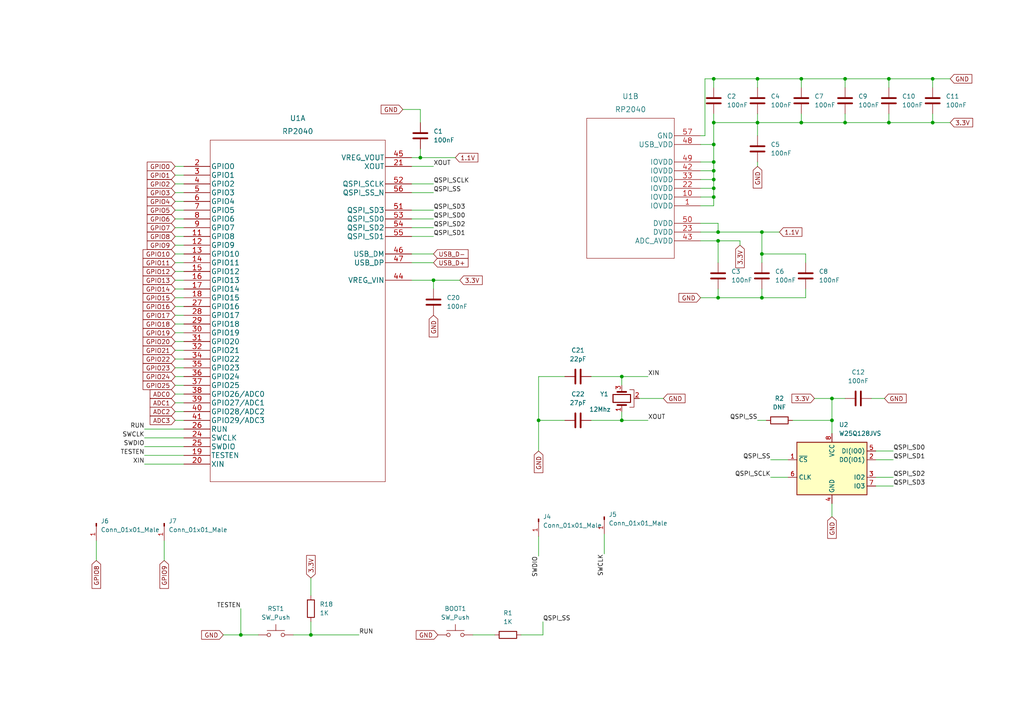
<source format=kicad_sch>
(kicad_sch (version 20211123) (generator eeschema)
  (paper "A4")
  (lib_symbols
    (symbol "Connector:Conn_01x01_Male" (pin_names (offset 1.016) hide)
      (property "Reference" "J" (at 0 2.54 0))
      (property "Value" "Conn_01x01_Male" (at 0 -2.54 0))
      (symbol "Conn_01x01_Male_1_1"
        (polyline (pts (xy 1.27 0) (xy 0.8636 0)) (stroke (width 0.1524)))
        (rectangle (start 0.8636 0.127) (end 0 -0.127) (stroke (width 0.1524)) (fill (type outline)))
        (pin passive line (at 5.08 0 180) (length 3.81) (name "Pin_1") (number "1"))
      )
    )
    (symbol "Device:C" (pin_numbers hide) (pin_names (offset 0.254))
      (property "Reference" "C" (at 0.635 2.54 0))
      (property "Value" "C" (at 0.635 -2.54 0))
      (symbol "C_0_1"
        (polyline (pts (xy -2.032 -0.762) (xy 2.032 -0.762)) (stroke (width 0.508)))
        (polyline (pts (xy -2.032 0.762) (xy 2.032 0.762)) (stroke (width 0.508)))
      )
      (symbol "C_1_1"
        (pin passive line (at 0 3.81 270) (length 2.794) (name "~") (number "1"))
        (pin passive line (at 0 -3.81 90) (length 2.794) (name "~") (number "2"))
      )
    )
    (symbol "Device:Crystal_GND2" (pin_names (offset 1.016) hide)
      (property "Reference" "Y" (at 0 5.715 0))
      (property "Value" "Crystal_GND2" (at 0 3.81 0))
      (symbol "Crystal_GND2_0_1"
        (rectangle (start -1.143 2.54) (end 1.143 -2.54) (stroke (width 0.3048)))
        (polyline (pts (xy -2.54 0) (xy -1.905 0)))
        (polyline (pts (xy -1.905 -1.27) (xy -1.905 1.27)) (stroke (width 0.508)))
        (polyline (pts (xy 0 -3.81) (xy 0 -3.556)))
        (polyline (pts (xy 1.905 0) (xy 2.54 0)))
        (polyline (pts (xy 1.905 1.27) (xy 1.905 -1.27)) (stroke (width 0.508)))
        (polyline (pts (xy -2.54 -2.286) (xy -2.54 -3.556) (xy 2.54 -3.556) (xy 2.54 -2.286)))
      )
      (symbol "Crystal_GND2_1_1"
        (pin passive line (at -3.81 0 0) (length 1.27) (name "1") (number "1"))
        (pin passive line (at 0 -5.08 90) (length 1.27) (name "2") (number "2"))
        (pin passive line (at 3.81 0 180) (length 1.27) (name "3") (number "3"))
      )
    )
    (symbol "Device:R" (pin_numbers hide) (pin_names (offset 0))
      (property "Reference" "R" (at 2.032 0 90))
      (property "Value" "R" (at 0 0 90))
      (symbol "R_0_1"
        (rectangle (start -1.016 -2.54) (end 1.016 2.54) (stroke (width 0.254)))
      )
      (symbol "R_1_1"
        (pin passive line (at 0 3.81 270) (length 1.27) (name "~") (number "1"))
        (pin passive line (at 0 -3.81 90) (length 1.27) (name "~") (number "2"))
      )
    )
    (symbol "Memory_Flash:W25Q128JVS"
      (property "Reference" "U" (at -8.89 8.89 0))
      (property "Value" "W25Q128JVS" (at 7.62 8.89 0))
      (symbol "W25Q128JVS_0_1"
        (rectangle (start -10.16 7.62) (end 10.16 -7.62) (stroke (width 0.254)) (fill (type background)))
      )
      (symbol "W25Q128JVS_1_1"
        (pin input line (at -12.7 2.54 0) (length 2.54) (name "~{CS}") (number "1"))
        (pin bidirectional line (at 12.7 2.54 180) (length 2.54) (name "DO(IO1)") (number "2"))
        (pin bidirectional line (at 12.7 -2.54 180) (length 2.54) (name "IO2") (number "3"))
        (pin power_in line (at 0 -10.16 90) (length 2.54) (name "GND") (number "4"))
        (pin bidirectional line (at 12.7 5.08 180) (length 2.54) (name "DI(IO0)") (number "5"))
        (pin input line (at -12.7 -2.54 0) (length 2.54) (name "CLK") (number "6"))
        (pin bidirectional line (at 12.7 -5.08 180) (length 2.54) (name "IO3") (number "7"))
        (pin power_in line (at 0 10.16 270) (length 2.54) (name "VCC") (number "8"))
      )
    )
    (symbol "RP2040:RP2040" (pin_names (offset 0.254))
      (property "Reference" "U" (at 33.02 12.7 0))
      (property "Value" "RP2040" (at 33.02 10.16 0))
      (symbol "RP2040_1_1"
        (polyline (pts (xy 7.62 -91.44) (xy 58.42 -91.44)) (stroke (width 0.127)))
        (polyline (pts (xy 7.62 7.62) (xy 7.62 -91.44)) (stroke (width 0.127)))
        (polyline (pts (xy 58.42 -91.44) (xy 58.42 7.62)) (stroke (width 0.127)))
        (polyline (pts (xy 58.42 7.62) (xy 7.62 7.62)) (stroke (width 0.127)))
        (pin bidirectional line (at 0 -20.32 0) (length 7.62) (name "GPIO8") (number "11"))
        (pin bidirectional line (at 0 -22.86 0) (length 7.62) (name "GPIO9") (number "12"))
        (pin bidirectional line (at 0 -25.4 0) (length 7.62) (name "GPIO10") (number "13"))
        (pin bidirectional line (at 0 -27.94 0) (length 7.62) (name "GPIO11") (number "14"))
        (pin bidirectional line (at 0 -30.48 0) (length 7.62) (name "GPIO12") (number "15"))
        (pin bidirectional line (at 0 -33.02 0) (length 7.62) (name "GPIO13") (number "16"))
        (pin bidirectional line (at 0 -35.56 0) (length 7.62) (name "GPIO14") (number "17"))
        (pin bidirectional line (at 0 -38.1 0) (length 7.62) (name "GPIO15") (number "18"))
        (pin unspecified line (at 0 -83.82 0) (length 7.62) (name "TESTEN") (number "19"))
        (pin bidirectional line (at 0 0 0) (length 7.62) (name "GPIO0") (number "2"))
        (pin unspecified line (at 0 -86.36 0) (length 7.62) (name "XIN") (number "20"))
        (pin output line (at 66.04 0 180) (length 7.62) (name "XOUT") (number "21"))
        (pin unspecified line (at 0 -78.74 0) (length 7.62) (name "SWCLK") (number "24"))
        (pin unspecified line (at 0 -81.28 0) (length 7.62) (name "SWDIO") (number "25"))
        (pin unspecified line (at 0 -76.2 0) (length 7.62) (name "RUN") (number "26"))
        (pin bidirectional line (at 0 -40.64 0) (length 7.62) (name "GPIO16") (number "27"))
        (pin bidirectional line (at 0 -43.18 0) (length 7.62) (name "GPIO17") (number "28"))
        (pin bidirectional line (at 0 -45.72 0) (length 7.62) (name "GPIO18") (number "29"))
        (pin bidirectional line (at 0 -2.54 0) (length 7.62) (name "GPIO1") (number "3"))
        (pin bidirectional line (at 0 -48.26 0) (length 7.62) (name "GPIO19") (number "30"))
        (pin bidirectional line (at 0 -50.8 0) (length 7.62) (name "GPIO20") (number "31"))
        (pin bidirectional line (at 0 -53.34 0) (length 7.62) (name "GPIO21") (number "32"))
        (pin bidirectional line (at 0 -55.88 0) (length 7.62) (name "GPIO22") (number "34"))
        (pin bidirectional line (at 0 -58.42 0) (length 7.62) (name "GPIO23") (number "35"))
        (pin bidirectional line (at 0 -60.96 0) (length 7.62) (name "GPIO24") (number "36"))
        (pin bidirectional line (at 0 -63.5 0) (length 7.62) (name "GPIO25") (number "37"))
        (pin bidirectional line (at 0 -66.04 0) (length 7.62) (name "GPIO26/ADC0") (number "38"))
        (pin bidirectional line (at 0 -68.58 0) (length 7.62) (name "GPIO27/ADC1") (number "39"))
        (pin bidirectional line (at 0 -5.08 0) (length 7.62) (name "GPIO2") (number "4"))
        (pin bidirectional line (at 0 -71.12 0) (length 7.62) (name "GPIO28/ADC2") (number "40"))
        (pin bidirectional line (at 0 -73.66 0) (length 7.62) (name "GPIO29/ADC3") (number "41"))
        (pin unspecified line (at 66.04 -33.02 180) (length 7.62) (name "VREG_VIN") (number "44"))
        (pin output line (at 66.04 2.54 180) (length 7.62) (name "VREG_VOUT") (number "45"))
        (pin unspecified line (at 66.04 -25.4 180) (length 7.62) (name "USB_DM") (number "46"))
        (pin unspecified line (at 66.04 -27.94 180) (length 7.62) (name "USB_DP") (number "47"))
        (pin bidirectional line (at 0 -7.62 0) (length 7.62) (name "GPIO3") (number "5"))
        (pin bidirectional line (at 66.04 -12.7 180) (length 7.62) (name "QSPI_SD3") (number "51"))
        (pin unspecified line (at 66.04 -5.08 180) (length 7.62) (name "QSPI_SCLK") (number "52"))
        (pin bidirectional line (at 66.04 -15.24 180) (length 7.62) (name "QSPI_SD0") (number "53"))
        (pin bidirectional line (at 66.04 -17.78 180) (length 7.62) (name "QSPI_SD2") (number "54"))
        (pin bidirectional line (at 66.04 -20.32 180) (length 7.62) (name "QSPI_SD1") (number "55"))
        (pin unspecified line (at 66.04 -7.62 180) (length 7.62) (name "QSPI_SS_N") (number "56"))
        (pin bidirectional line (at 0 -10.16 0) (length 7.62) (name "GPIO4") (number "6"))
        (pin bidirectional line (at 0 -12.7 0) (length 7.62) (name "GPIO5") (number "7"))
        (pin bidirectional line (at 0 -15.24 0) (length 7.62) (name "GPIO6") (number "8"))
        (pin bidirectional line (at 0 -17.78 0) (length 7.62) (name "GPIO7") (number "9"))
      )
      (symbol "RP2040_2_1"
        (polyline (pts (xy 7.62 -35.56) (xy 33.02 -35.56)) (stroke (width 0.127)))
        (polyline (pts (xy 7.62 5.08) (xy 7.62 -35.56)) (stroke (width 0.127)))
        (polyline (pts (xy 33.02 -35.56) (xy 33.02 5.08)) (stroke (width 0.127)))
        (polyline (pts (xy 33.02 5.08) (xy 7.62 5.08)) (stroke (width 0.127)))
        (pin power_in line (at 0 -10.16 0) (length 7.62) (name "IOVDD") (number "1"))
        (pin power_in line (at 0 -12.7 0) (length 7.62) (name "IOVDD") (number "10"))
        (pin power_in line (at 0 -15.24 0) (length 7.62) (name "IOVDD") (number "22"))
        (pin power_in line (at 0 -2.54 0) (length 7.62) (name "DVDD") (number "23"))
        (pin power_in line (at 0 -17.78 0) (length 7.62) (name "IOVDD") (number "33"))
        (pin power_in line (at 0 -20.32 0) (length 7.62) (name "IOVDD") (number "42"))
        (pin power_in line (at 0 0 0) (length 7.62) (name "ADC_AVDD") (number "43"))
        (pin power_in line (at 0 -27.94 0) (length 7.62) (name "USB_VDD") (number "48"))
        (pin power_in line (at 0 -22.86 0) (length 7.62) (name "IOVDD") (number "49"))
        (pin power_in line (at 0 -5.08 0) (length 7.62) (name "DVDD") (number "50"))
        (pin power_in line (at 0 -30.48 0) (length 7.62) (name "GND") (number "57"))
      )
    )
    (symbol "Switch:SW_Push" (pin_numbers hide) (pin_names (offset 1.016) hide)
      (property "Reference" "SW" (at 1.27 2.54 0))
      (property "Value" "SW_Push" (at 0 -1.524 0))
      (symbol "SW_Push_0_1"
        (circle (center -2.032 0) (radius 0.508))
        (polyline (pts (xy 0 1.27) (xy 0 3.048)))
        (polyline (pts (xy 2.54 1.27) (xy -2.54 1.27)))
        (circle (center 2.032 0) (radius 0.508))
        (pin passive line (at -5.08 0 0) (length 2.54) (name "1") (number "1"))
        (pin passive line (at 5.08 0 180) (length 2.54) (name "2") (number "2"))
      )
    )
  )
  (junction (at 241.3 115.57))
  (junction (at 219.71 22.86))
  (junction (at 207.01 46.99))
  (junction (at 156.21 121.92))
  (junction (at 219.71 35.56))
  (junction (at 207.01 52.07))
  (junction (at 220.98 67.31))
  (junction (at 121.92 45.72))
  (junction (at 232.41 35.56))
  (junction (at 207.01 22.86))
  (junction (at 208.28 86.36))
  (junction (at 220.98 73.66))
  (junction (at 207.01 49.53))
  (junction (at 208.28 67.31))
  (junction (at 241.3 121.92))
  (junction (at 220.98 86.36))
  (junction (at 270.51 35.56))
  (junction (at 208.28 69.85))
  (junction (at 257.81 22.86))
  (junction (at 180.34 121.92))
  (junction (at 245.11 35.56))
  (junction (at 207.01 57.15))
  (junction (at 69.85 184.15))
  (junction (at 232.41 22.86))
  (junction (at 207.01 41.91))
  (junction (at 207.01 35.56))
  (junction (at 180.34 109.22))
  (junction (at 270.51 22.86))
  (junction (at 207.01 54.61))
  (junction (at 90.17 184.15))
  (junction (at 245.11 22.86))
  (junction (at 257.81 35.56))
  (junction (at 125.73 81.28))
  (wire (pts (xy 203.2 57.15) (xy 207.01 57.15)))
  (wire (pts (xy 50.8 111.76) (xy 53.34 111.76)))
  (wire (pts (xy 257.81 22.86) (xy 270.51 22.86)))
  (wire (pts (xy 232.41 22.86) (xy 232.41 25.4)))
  (wire (pts (xy 90.17 180.34) (xy 90.17 184.15)))
  (wire (pts (xy 50.8 81.28) (xy 53.34 81.28)))
  (wire (pts (xy 50.8 58.42) (xy 53.34 58.42)))
  (wire (pts (xy 270.51 22.86) (xy 275.59 22.86)))
  (wire (pts (xy 50.8 86.36) (xy 53.34 86.36)))
  (wire (pts (xy 85.09 184.15) (xy 90.17 184.15)))
  (wire (pts (xy 90.17 167.64) (xy 90.17 172.72)))
  (wire (pts (xy 208.28 69.85) (xy 208.28 76.2)))
  (wire (pts (xy 50.8 116.84) (xy 53.34 116.84)))
  (wire (pts (xy 180.34 109.22) (xy 187.96 109.22)))
  (wire (pts (xy 50.8 96.52) (xy 53.34 96.52)))
  (wire (pts (xy 180.34 119.38) (xy 180.34 121.92)))
  (wire (pts (xy 219.71 35.56) (xy 232.41 35.56)))
  (wire (pts (xy 41.91 129.54) (xy 53.34 129.54)))
  (wire (pts (xy 50.8 78.74) (xy 53.34 78.74)))
  (wire (pts (xy 203.2 46.99) (xy 207.01 46.99)))
  (wire (pts (xy 207.01 41.91) (xy 207.01 35.56)))
  (wire (pts (xy 232.41 22.86) (xy 245.11 22.86)))
  (wire (pts (xy 119.38 45.72) (xy 121.92 45.72)))
  (wire (pts (xy 50.8 68.58) (xy 53.34 68.58)))
  (wire (pts (xy 245.11 22.86) (xy 257.81 22.86)))
  (wire (pts (xy 121.92 35.56) (xy 121.92 31.75)))
  (wire (pts (xy 69.85 176.53) (xy 69.85 184.15)))
  (wire (pts (xy 207.01 35.56) (xy 219.71 35.56)))
  (wire (pts (xy 259.08 133.35) (xy 254 133.35)))
  (wire (pts (xy 50.8 99.06) (xy 53.34 99.06)))
  (wire (pts (xy 151.13 184.15) (xy 157.48 184.15)))
  (wire (pts (xy 180.34 121.92) (xy 187.96 121.92)))
  (wire (pts (xy 223.52 133.35) (xy 228.6 133.35)))
  (wire (pts (xy 219.71 121.92) (xy 222.25 121.92)))
  (wire (pts (xy 50.8 104.14) (xy 53.34 104.14)))
  (wire (pts (xy 50.8 53.34) (xy 53.34 53.34)))
  (wire (pts (xy 203.2 54.61) (xy 207.01 54.61)))
  (wire (pts (xy 208.28 86.36) (xy 220.98 86.36)))
  (wire (pts (xy 233.68 73.66) (xy 233.68 76.2)))
  (wire (pts (xy 156.21 109.22) (xy 156.21 121.92)))
  (wire (pts (xy 50.8 119.38) (xy 53.34 119.38)))
  (wire (pts (xy 241.3 115.57) (xy 245.11 115.57)))
  (wire (pts (xy 50.8 114.3) (xy 53.34 114.3)))
  (wire (pts (xy 208.28 69.85) (xy 214.63 69.85)))
  (wire (pts (xy 119.38 81.28) (xy 125.73 81.28)))
  (wire (pts (xy 245.11 33.02) (xy 245.11 35.56)))
  (wire (pts (xy 220.98 67.31) (xy 226.06 67.31)))
  (wire (pts (xy 207.01 46.99) (xy 207.01 41.91)))
  (wire (pts (xy 50.8 109.22) (xy 53.34 109.22)))
  (wire (pts (xy 220.98 67.31) (xy 220.98 73.66)))
  (wire (pts (xy 207.01 22.86) (xy 207.01 25.4)))
  (wire (pts (xy 47.625 156.845) (xy 47.625 162.56)))
  (wire (pts (xy 125.73 76.2) (xy 119.38 76.2)))
  (wire (pts (xy 203.2 59.69) (xy 207.01 59.69)))
  (wire (pts (xy 257.81 33.02) (xy 257.81 35.56)))
  (wire (pts (xy 50.8 73.66) (xy 53.34 73.66)))
  (wire (pts (xy 233.68 83.82) (xy 233.68 86.36)))
  (wire (pts (xy 203.2 52.07) (xy 207.01 52.07)))
  (wire (pts (xy 125.73 73.66) (xy 119.38 73.66)))
  (wire (pts (xy 232.41 35.56) (xy 245.11 35.56)))
  (wire (pts (xy 252.73 115.57) (xy 256.54 115.57)))
  (wire (pts (xy 125.73 48.26) (xy 119.38 48.26)))
  (wire (pts (xy 163.83 109.22) (xy 156.21 109.22)))
  (wire (pts (xy 207.01 52.07) (xy 207.01 54.61)))
  (wire (pts (xy 207.01 57.15) (xy 207.01 59.69)))
  (wire (pts (xy 270.51 35.56) (xy 270.51 33.02)))
  (wire (pts (xy 137.16 184.15) (xy 143.51 184.15)))
  (wire (pts (xy 27.94 156.845) (xy 27.94 162.56)))
  (wire (pts (xy 203.2 49.53) (xy 207.01 49.53)))
  (wire (pts (xy 241.3 125.73) (xy 241.3 121.92)))
  (wire (pts (xy 220.98 73.66) (xy 220.98 76.2)))
  (wire (pts (xy 50.8 66.04) (xy 53.34 66.04)))
  (wire (pts (xy 207.01 35.56) (xy 207.01 33.02)))
  (wire (pts (xy 232.41 33.02) (xy 232.41 35.56)))
  (wire (pts (xy 156.21 121.92) (xy 156.21 130.81)))
  (wire (pts (xy 207.01 49.53) (xy 207.01 52.07)))
  (wire (pts (xy 175.26 154.94) (xy 175.26 160.655)))
  (wire (pts (xy 203.2 67.31) (xy 208.28 67.31)))
  (wire (pts (xy 125.73 81.28) (xy 133.35 81.28)))
  (wire (pts (xy 180.34 109.22) (xy 180.34 111.76)))
  (wire (pts (xy 257.81 35.56) (xy 270.51 35.56)))
  (wire (pts (xy 203.2 69.85) (xy 208.28 69.85)))
  (wire (pts (xy 171.45 121.92) (xy 180.34 121.92)))
  (wire (pts (xy 50.8 121.92) (xy 53.34 121.92)))
  (wire (pts (xy 50.8 71.12) (xy 53.34 71.12)))
  (wire (pts (xy 50.8 93.98) (xy 53.34 93.98)))
  (wire (pts (xy 203.2 64.77) (xy 208.28 64.77)))
  (wire (pts (xy 41.91 134.62) (xy 53.34 134.62)))
  (wire (pts (xy 90.17 184.15) (xy 104.14 184.15)))
  (wire (pts (xy 203.2 41.91) (xy 207.01 41.91)))
  (wire (pts (xy 50.8 76.2) (xy 53.34 76.2)))
  (wire (pts (xy 241.3 121.92) (xy 241.3 115.57)))
  (wire (pts (xy 223.52 138.43) (xy 228.6 138.43)))
  (wire (pts (xy 69.85 184.15) (xy 74.93 184.15)))
  (wire (pts (xy 156.21 121.92) (xy 163.83 121.92)))
  (wire (pts (xy 125.73 63.5) (xy 119.38 63.5)))
  (wire (pts (xy 219.71 46.99) (xy 219.71 48.26)))
  (wire (pts (xy 50.8 55.88) (xy 53.34 55.88)))
  (wire (pts (xy 185.42 115.57) (xy 192.405 115.57)))
  (wire (pts (xy 125.73 66.04) (xy 119.38 66.04)))
  (wire (pts (xy 50.8 83.82) (xy 53.34 83.82)))
  (wire (pts (xy 208.28 83.82) (xy 208.28 86.36)))
  (wire (pts (xy 257.81 22.86) (xy 257.81 25.4)))
  (wire (pts (xy 220.98 73.66) (xy 233.68 73.66)))
  (wire (pts (xy 121.92 45.72) (xy 121.92 43.18)))
  (wire (pts (xy 259.08 130.81) (xy 254 130.81)))
  (wire (pts (xy 208.28 67.31) (xy 220.98 67.31)))
  (wire (pts (xy 203.2 39.37) (xy 204.47 39.37)))
  (wire (pts (xy 125.73 68.58) (xy 119.38 68.58)))
  (wire (pts (xy 236.22 115.57) (xy 241.3 115.57)))
  (wire (pts (xy 156.21 155.575) (xy 156.21 161.29)))
  (wire (pts (xy 203.2 86.36) (xy 208.28 86.36)))
  (wire (pts (xy 259.08 138.43) (xy 254 138.43)))
  (wire (pts (xy 50.8 101.6) (xy 53.34 101.6)))
  (wire (pts (xy 64.77 184.15) (xy 69.85 184.15)))
  (wire (pts (xy 50.8 106.68) (xy 53.34 106.68)))
  (wire (pts (xy 207.01 22.86) (xy 219.71 22.86)))
  (wire (pts (xy 50.8 91.44) (xy 53.34 91.44)))
  (wire (pts (xy 50.8 60.96) (xy 53.34 60.96)))
  (wire (pts (xy 219.71 22.86) (xy 232.41 22.86)))
  (wire (pts (xy 204.47 22.86) (xy 204.47 39.37)))
  (wire (pts (xy 125.73 55.88) (xy 119.38 55.88)))
  (wire (pts (xy 245.11 35.56) (xy 257.81 35.56)))
  (wire (pts (xy 229.87 121.92) (xy 241.3 121.92)))
  (wire (pts (xy 208.28 64.77) (xy 208.28 67.31)))
  (wire (pts (xy 214.63 69.85) (xy 214.63 71.12)))
  (wire (pts (xy 171.45 109.22) (xy 180.34 109.22)))
  (wire (pts (xy 207.01 46.99) (xy 207.01 49.53)))
  (wire (pts (xy 219.71 35.56) (xy 219.71 39.37)))
  (wire (pts (xy 245.11 22.86) (xy 245.11 25.4)))
  (wire (pts (xy 125.73 81.28) (xy 125.73 83.82)))
  (wire (pts (xy 219.71 22.86) (xy 219.71 25.4)))
  (wire (pts (xy 121.92 45.72) (xy 132.08 45.72)))
  (wire (pts (xy 50.8 48.26) (xy 53.34 48.26)))
  (wire (pts (xy 220.98 86.36) (xy 220.98 83.82)))
  (wire (pts (xy 41.91 124.46) (xy 53.34 124.46)))
  (wire (pts (xy 241.3 149.86) (xy 241.3 146.05)))
  (wire (pts (xy 125.73 60.96) (xy 119.38 60.96)))
  (wire (pts (xy 125.73 53.34) (xy 119.38 53.34)))
  (wire (pts (xy 207.01 54.61) (xy 207.01 57.15)))
  (wire (pts (xy 50.8 50.8) (xy 53.34 50.8)))
  (wire (pts (xy 41.91 132.08) (xy 53.34 132.08)))
  (wire (pts (xy 116.84 31.75) (xy 121.92 31.75)))
  (wire (pts (xy 259.08 140.97) (xy 254 140.97)))
  (wire (pts (xy 50.8 63.5) (xy 53.34 63.5)))
  (wire (pts (xy 204.47 22.86) (xy 207.01 22.86)))
  (wire (pts (xy 219.71 33.02) (xy 219.71 35.56)))
  (wire (pts (xy 50.8 88.9) (xy 53.34 88.9)))
  (wire (pts (xy 41.91 127) (xy 53.34 127)))
  (wire (pts (xy 157.48 180.34) (xy 157.48 184.15)))
  (wire (pts (xy 270.51 35.56) (xy 275.59 35.56)))
  (wire (pts (xy 220.98 86.36) (xy 233.68 86.36)))
  (wire (pts (xy 270.51 22.86) (xy 270.51 25.4)))
  (label "TESTEN" (at 41.91 132.08 180))
  (label "QSPI_SD3" (at 125.73 60.96 0))
  (label "QSPI_SS" (at 219.71 121.92 180))
  (label "XOUT" (at 125.73 48.26 0))
  (label "RUN" (at 104.14 184.15 0))
  (label "SWCLK" (at 41.91 127 180))
  (label "QSPI_SS" (at 125.73 55.88 0))
  (label "QSPI_SCLK" (at 125.73 53.34 0))
  (label "QSPI_SD2" (at 125.73 66.04 0))
  (label "QSPI_SD0" (at 259.08 130.81 0))
  (label "SWDIO" (at 156.21 161.29 270))
  (label "SWCLK" (at 175.26 160.655 270))
  (label "XOUT" (at 187.96 121.92 0))
  (label "QSPI_SD0" (at 125.73 63.5 0))
  (label "QSPI_SD3" (at 259.08 140.97 0))
  (label "QSPI_SS" (at 157.48 180.34 0))
  (label "RUN" (at 41.91 124.46 180))
  (label "QSPI_SD2" (at 259.08 138.43 0))
  (label "SWDIO" (at 41.91 129.54 180))
  (label "TESTEN" (at 69.85 176.53 180))
  (label "QSPI_SCLK" (at 223.52 138.43 180))
  (label "XIN" (at 187.96 109.22 0))
  (label "QSPI_SS" (at 223.52 133.35 180))
  (label "XIN" (at 41.91 134.62 180))
  (label "QSPI_SD1" (at 125.73 68.58 0))
  (label "QSPI_SD1" (at 259.08 133.35 0))
  (global_label "GPIO25" (shape input) (at 50.8 111.76 180) (property "Intersheet References" "${INTERSHEET_REFS}" (effects hide)))
  (global_label "ADC1" (shape input) (at 50.8 116.84 180) (property "Intersheet References" "${INTERSHEET_REFS}" (effects hide)))
  (global_label "GPIO21" (shape input) (at 50.8 101.6 180) (property "Intersheet References" "${INTERSHEET_REFS}" (effects hide)))
  (global_label "GND" (shape input) (at 64.77 184.15 180) (property "Intersheet References" "${INTERSHEET_REFS}" (effects hide)))
  (global_label "GPIO18" (shape input) (at 50.8 93.98 180) (property "Intersheet References" "${INTERSHEET_REFS}" (effects hide)))
  (global_label "GPIO16" (shape input) (at 50.8 88.9 180) (property "Intersheet References" "${INTERSHEET_REFS}" (effects hide)))
  (global_label "GND" (shape input) (at 192.405 115.57 0) (property "Intersheet References" "${INTERSHEET_REFS}" (effects hide)))
  (global_label "GPIO13" (shape input) (at 50.8 81.28 180) (property "Intersheet References" "${INTERSHEET_REFS}" (effects hide)))
  (global_label "GPIO8" (shape input) (at 50.8 68.58 180) (property "Intersheet References" "${INTERSHEET_REFS}" (effects hide)))
  (global_label "GPIO12" (shape input) (at 50.8 78.74 180) (property "Intersheet References" "${INTERSHEET_REFS}" (effects hide)))
  (global_label "GND" (shape input) (at 241.3 149.86 270) (property "Intersheet References" "${INTERSHEET_REFS}" (effects hide)))
  (global_label "GPIO14" (shape input) (at 50.8 83.82 180) (property "Intersheet References" "${INTERSHEET_REFS}" (effects hide)))
  (global_label "GPIO11" (shape input) (at 50.8 76.2 180) (property "Intersheet References" "${INTERSHEET_REFS}" (effects hide)))
  (global_label "3.3V" (shape input) (at 275.59 35.56 0) (property "Intersheet References" "${INTERSHEET_REFS}" (effects hide)))
  (global_label "ADC3" (shape input) (at 50.8 121.92 180) (property "Intersheet References" "${INTERSHEET_REFS}" (effects hide)))
  (global_label "ADC2" (shape input) (at 50.8 119.38 180) (property "Intersheet References" "${INTERSHEET_REFS}" (effects hide)))
  (global_label "1.1V" (shape input) (at 132.08 45.72 0) (property "Intersheet References" "${INTERSHEET_REFS}" (effects hide)))
  (global_label "GND" (shape input) (at 125.73 91.44 270) (property "Intersheet References" "${INTERSHEET_REFS}" (effects hide)))
  (global_label "GPIO6" (shape input) (at 50.8 63.5 180) (property "Intersheet References" "${INTERSHEET_REFS}" (effects hide)))
  (global_label "GPIO10" (shape input) (at 50.8 73.66 180) (property "Intersheet References" "${INTERSHEET_REFS}" (effects hide)))
  (global_label "GPIO23" (shape input) (at 50.8 106.68 180) (property "Intersheet References" "${INTERSHEET_REFS}" (effects hide)))
  (global_label "GND" (shape input) (at 156.21 130.81 270) (property "Intersheet References" "${INTERSHEET_REFS}" (effects hide)))
  (global_label "GPIO15" (shape input) (at 50.8 86.36 180) (property "Intersheet References" "${INTERSHEET_REFS}" (effects hide)))
  (global_label "GPIO9" (shape input) (at 47.625 162.56 270) (property "Intersheet References" "${INTERSHEET_REFS}" (effects hide)))
  (global_label "3.3V" (shape input) (at 90.17 167.64 90) (property "Intersheet References" "${INTERSHEET_REFS}" (effects hide)))
  (global_label "GPIO24" (shape input) (at 50.8 109.22 180) (property "Intersheet References" "${INTERSHEET_REFS}" (effects hide)))
  (global_label "GPIO5" (shape input) (at 50.8 60.96 180) (property "Intersheet References" "${INTERSHEET_REFS}" (effects hide)))
  (global_label "GPIO0" (shape input) (at 50.8 48.26 180) (property "Intersheet References" "${INTERSHEET_REFS}" (effects hide)))
  (global_label "GND" (shape input) (at 275.59 22.86 0) (property "Intersheet References" "${INTERSHEET_REFS}" (effects hide)))
  (global_label "USB_D-" (shape input) (at 125.73 73.66 0) (property "Intersheet References" "${INTERSHEET_REFS}" (effects hide)))
  (global_label "GPIO3" (shape input) (at 50.8 55.88 180) (property "Intersheet References" "${INTERSHEET_REFS}" (effects hide)))
  (global_label "GPIO9" (shape input) (at 50.8 71.12 180) (property "Intersheet References" "${INTERSHEET_REFS}" (effects hide)))
  (global_label "GPIO20" (shape input) (at 50.8 99.06 180) (property "Intersheet References" "${INTERSHEET_REFS}" (effects hide)))
  (global_label "USB_D+" (shape input) (at 125.73 76.2 0) (property "Intersheet References" "${INTERSHEET_REFS}" (effects hide)))
  (global_label "GPIO19" (shape input) (at 50.8 96.52 180) (property "Intersheet References" "${INTERSHEET_REFS}" (effects hide)))
  (global_label "GPIO1" (shape input) (at 50.8 50.8 180) (property "Intersheet References" "${INTERSHEET_REFS}" (effects hide)))
  (global_label "GND" (shape input) (at 116.84 31.75 180) (property "Intersheet References" "${INTERSHEET_REFS}" (effects hide)))
  (global_label "GND" (shape input) (at 256.54 115.57 0) (property "Intersheet References" "${INTERSHEET_REFS}" (effects hide)))
  (global_label "GPIO2" (shape input) (at 50.8 53.34 180) (property "Intersheet References" "${INTERSHEET_REFS}" (effects hide)))
  (global_label "GPIO4" (shape input) (at 50.8 58.42 180) (property "Intersheet References" "${INTERSHEET_REFS}" (effects hide)))
  (global_label "1.1V" (shape input) (at 226.06 67.31 0) (property "Intersheet References" "${INTERSHEET_REFS}" (effects hide)))
  (global_label "3.3V" (shape input) (at 214.63 71.12 270) (property "Intersheet References" "${INTERSHEET_REFS}" (effects hide)))
  (global_label "3.3V" (shape input) (at 236.22 115.57 180) (property "Intersheet References" "${INTERSHEET_REFS}" (effects hide)))
  (global_label "GND" (shape input) (at 203.2 86.36 180) (property "Intersheet References" "${INTERSHEET_REFS}" (effects hide)))
  (global_label "GPIO17" (shape input) (at 50.8 91.44 180) (property "Intersheet References" "${INTERSHEET_REFS}" (effects hide)))
  (global_label "ADC0" (shape input) (at 50.8 114.3 180) (property "Intersheet References" "${INTERSHEET_REFS}" (effects hide)))
  (global_label "GND" (shape input) (at 127 184.15 180) (property "Intersheet References" "${INTERSHEET_REFS}" (effects hide)))
  (global_label "GPIO7" (shape input) (at 50.8 66.04 180) (property "Intersheet References" "${INTERSHEET_REFS}" (effects hide)))
  (global_label "3.3V" (shape input) (at 133.35 81.28 0) (property "Intersheet References" "${INTERSHEET_REFS}" (effects hide)))
  (global_label "GPIO8" (shape input) (at 27.94 162.56 270) (property "Intersheet References" "${INTERSHEET_REFS}" (effects hide)))
  (global_label "GPIO22" (shape input) (at 50.8 104.14 180) (property "Intersheet References" "${INTERSHEET_REFS}" (effects hide)))
  (global_label "GND" (shape input) (at 219.71 48.26 270) (property "Intersheet References" "${INTERSHEET_REFS}" (effects hide)))
  (symbol (lib_id "Device:C") (at 125.73 87.63 180) (unit 1)
    (property "Reference" "C20" (at 129.54 86.3599 0) (effects (justify right)))
    (property "Value" "100nF" (at 129.54 88.8999 0) (effects (justify right)))
    (property "Footprint" "Capacitor_SMD:C_0805_2012Metric" (effects hide))
  )
  (symbol (lib_id "Device:R") (at 90.17 176.53 180) (unit 1)
    (property "Reference" "R18" (at 92.71 175.2599 0) (effects (justify right)))
    (property "Value" "1K" (at 92.71 177.7999 0) (effects (justify right)))
    (property "Footprint" "Resistor_SMD:R_0805_2012Metric" (effects hide))
  )
  (symbol (lib_id "Connector:Conn_01x01_Male") (at 156.21 150.495 270) (unit 1)
    (property "Reference" "J4" (at 157.48 149.8599 90) (effects (justify left)))
    (property "Value" "Conn_01x01_Male" (at 157.48 152.3999 90) (effects (justify left)))
    (property "Footprint" "Connector_PinHeader_2.54mm:PinHeader_1x01_P2.54mm_Vertical" (effects hide))
  )
  (symbol (lib_id "Connector:Conn_01x01_Male") (at 27.94 151.765 270) (unit 1)
    (property "Reference" "J6" (at 29.21 151.1299 90) (effects (justify left)))
    (property "Value" "Conn_01x01_Male" (at 29.21 153.6699 90) (effects (justify left)))
    (property "Footprint" "Connector_PinHeader_2.54mm:PinHeader_1x01_P2.54mm_Vertical" (effects hide))
  )
  (symbol (lib_id "Device:C") (at 245.11 29.21 0) (unit 1)
    (property "Reference" "C9" (at 248.92 27.9399 0) (effects (justify left)))
    (property "Value" "100nF" (at 248.92 30.4799 0) (effects (justify left)))
    (property "Footprint" "Capacitor_SMD:C_0805_2012Metric" (effects hide))
  )
  (symbol (lib_id "Device:C") (at 220.98 80.01 0) (unit 1)
    (property "Reference" "C6" (at 224.79 78.7399 0) (effects (justify left)))
    (property "Value" "100nF" (at 224.79 81.2799 0) (effects (justify left)))
    (property "Footprint" "Capacitor_SMD:C_0805_2012Metric" (effects hide))
  )
  (symbol (lib_id "Device:C") (at 208.28 80.01 0) (unit 1)
    (property "Reference" "C3" (at 212.09 78.7399 0) (effects (justify left)))
    (property "Value" "100nF" (at 212.09 81.2799 0) (effects (justify left)))
    (property "Footprint" "Capacitor_SMD:C_0805_2012Metric" (effects hide))
  )
  (symbol (lib_id "Device:C") (at 167.64 121.92 90) (unit 1)
    (property "Reference" "C22" (at 167.64 114.3 90))
    (property "Value" "27pF" (at 167.64 116.84 90))
    (property "Footprint" "Capacitor_SMD:C_0805_2012Metric" (effects hide))
  )
  (symbol (lib_id "RP2040:RP2040") (at 203.2 69.85 180) (unit 2)
    (property "Reference" "U1" (at 182.88 27.94 0) (effects (font (size 1.524 1.524))))
    (property "Value" "RP2040" (at 182.88 31.75 0) (effects (font (size 1.524 1.524))))
    (property "Footprint" "footprints:RP2040" (effects hide))
  )
  (symbol (lib_id "Device:C") (at 248.92 115.57 270) (unit 1)
    (property "Reference" "C12" (at 248.92 107.95 90))
    (property "Value" "100nF" (at 248.92 110.49 90))
    (property "Footprint" "Capacitor_SMD:C_0805_2012Metric" (effects hide))
  )
  (symbol (lib_id "Device:C") (at 219.71 43.18 0) (unit 1)
    (property "Reference" "C5" (at 223.52 41.9099 0) (effects (justify left)))
    (property "Value" "100nF" (at 223.52 44.4499 0) (effects (justify left)))
    (property "Footprint" "Capacitor_SMD:C_0805_2012Metric" (effects hide))
  )
  (symbol (lib_id "Connector:Conn_01x01_Male") (at 175.26 149.86 270) (unit 1)
    (property "Reference" "J5" (at 176.53 149.2249 90) (effects (justify left)))
    (property "Value" "Conn_01x01_Male" (at 176.53 151.7649 90) (effects (justify left)))
    (property "Footprint" "Connector_PinHeader_2.54mm:PinHeader_1x01_P2.54mm_Vertical" (effects hide))
  )
  (symbol (lib_id "Memory_Flash:W25Q128JVS") (at 241.3 135.89 0) (unit 1)
    (property "Reference" "U2" (at 243.3194 123.19 0) (effects (justify left)))
    (property "Value" "W25Q128JVS" (at 243.3194 125.73 0) (effects (justify left)))
    (property "Footprint" "Package_SO:SOIC-8_5.23x5.23mm_P1.27mm" (effects hide))
    (property "Datasheet" "http://www.winbond.com/resource-files/w25q128jv_dtr%20revc%2003272018%20plus.pdf" (effects hide))
  )
  (symbol (lib_id "Device:C") (at 257.81 29.21 0) (unit 1)
    (property "Reference" "C10" (at 261.62 27.9399 0) (effects (justify left)))
    (property "Value" "100nF" (at 261.62 30.4799 0) (effects (justify left)))
    (property "Footprint" "Capacitor_SMD:C_0805_2012Metric" (effects hide))
  )
  (symbol (lib_id "Switch:SW_Push") (at 80.01 184.15 0) (unit 1)
    (property "Reference" "RST1" (at 80.01 176.53 0))
    (property "Value" "SW_Push" (at 80.01 179.07 0))
    (property "Footprint" "Button_Switch_SMD:SW_SPST_FSMSM" (effects hide))
  )
  (symbol (lib_id "Device:C") (at 121.92 39.37 0) (unit 1)
    (property "Reference" "C1" (at 125.73 38.0999 0) (effects (justify left)))
    (property "Value" "100nF" (at 125.73 40.6399 0) (effects (justify left)))
    (property "Footprint" "Capacitor_SMD:C_0805_2012Metric" (effects hide))
  )
  (symbol (lib_id "Device:C") (at 233.68 80.01 0) (unit 1)
    (property "Reference" "C8" (at 237.49 78.7399 0) (effects (justify left)))
    (property "Value" "100nF" (at 237.49 81.2799 0) (effects (justify left)))
    (property "Footprint" "Capacitor_SMD:C_0805_2012Metric" (effects hide))
  )
  (symbol (lib_id "Device:C") (at 270.51 29.21 0) (unit 1)
    (property "Reference" "C11" (at 274.32 27.9399 0) (effects (justify left)))
    (property "Value" "100nF" (at 274.32 30.4799 0) (effects (justify left)))
    (property "Footprint" "Capacitor_SMD:C_0805_2012Metric" (effects hide))
  )
  (symbol (lib_id "Device:C") (at 219.71 29.21 0) (unit 1)
    (property "Reference" "C4" (at 223.52 27.9399 0) (effects (justify left)))
    (property "Value" "100nF" (at 223.52 30.4799 0) (effects (justify left)))
    (property "Footprint" "Capacitor_SMD:C_0805_2012Metric" (effects hide))
  )
  (symbol (lib_id "Device:C") (at 167.64 109.22 90) (unit 1)
    (property "Reference" "C21" (at 167.64 101.6 90))
    (property "Value" "22pF" (at 167.64 104.14 90))
    (property "Footprint" "Capacitor_SMD:C_0805_2012Metric" (effects hide))
  )
  (symbol (lib_id "Device:Crystal_GND2") (at 180.34 115.57 90) (unit 1)
    (property "Reference" "Y1" (at 176.53 114.2999 90) (effects (justify left)))
    (property "Value" "12Mhz" (at 177.165 118.745 90) (effects (justify left)))
    (property "Footprint" "Crystal:Crystal_SMD_5032-4Pin_5.0x3.2mm" (effects hide))
  )
  (symbol (lib_id "Device:C") (at 232.41 29.21 0) (unit 1)
    (property "Reference" "C7" (at 236.22 27.9399 0) (effects (justify left)))
    (property "Value" "100nF" (at 236.22 30.4799 0) (effects (justify left)))
    (property "Footprint" "Capacitor_SMD:C_0805_2012Metric" (effects hide))
  )
  (symbol (lib_id "RP2040:RP2040") (at 53.34 48.26 0) (unit 1)
    (property "Reference" "U1" (at 86.36 34.29 0) (effects (font (size 1.524 1.524))))
    (property "Value" "RP2040" (at 86.36 38.1 0) (effects (font (size 1.524 1.524))))
    (property "Footprint" "footprints:RP2040" (effects hide))
  )
  (symbol (lib_id "Device:R") (at 147.32 184.15 90) (unit 1)
    (property "Reference" "R1" (at 147.32 177.8 90))
    (property "Value" "1K" (at 147.32 180.34 90))
    (property "Footprint" "Resistor_SMD:R_0805_2012Metric" (effects hide))
  )
  (symbol (lib_id "Device:R") (at 226.06 121.92 90) (unit 1)
    (property "Reference" "R2" (at 226.06 115.57 90))
    (property "Value" "DNF" (at 226.06 118.11 90))
    (property "Footprint" "Resistor_SMD:R_0805_2012Metric" (effects hide))
  )
  (symbol (lib_id "Switch:SW_Push") (at 132.08 184.15 0) (unit 1)
    (property "Reference" "BOOT1" (at 132.08 176.53 0))
    (property "Value" "SW_Push" (at 132.08 179.07 0))
    (property "Footprint" "Button_Switch_SMD:SW_SPST_FSMSM" (effects hide))
  )
  (symbol (lib_id "Device:C") (at 207.01 29.21 0) (unit 1)
    (property "Reference" "C2" (at 210.82 27.9399 0) (effects (justify left)))
    (property "Value" "100nF" (at 210.82 30.4799 0) (effects (justify left)))
    (property "Footprint" "Capacitor_SMD:C_0805_2012Metric" (effects hide))
  )
  (symbol (lib_id "Connector:Conn_01x01_Male") (at 47.625 151.765 270) (unit 1)
    (property "Reference" "J7" (at 48.895 151.1299 90) (effects (justify left)))
    (property "Value" "Conn_01x01_Male" (at 48.895 153.6699 90) (effects (justify left)))
    (property "Footprint" "Connector_PinHeader_2.54mm:PinHeader_1x01_P2.54mm_Vertical" (effects hide))
  )
)
</source>
